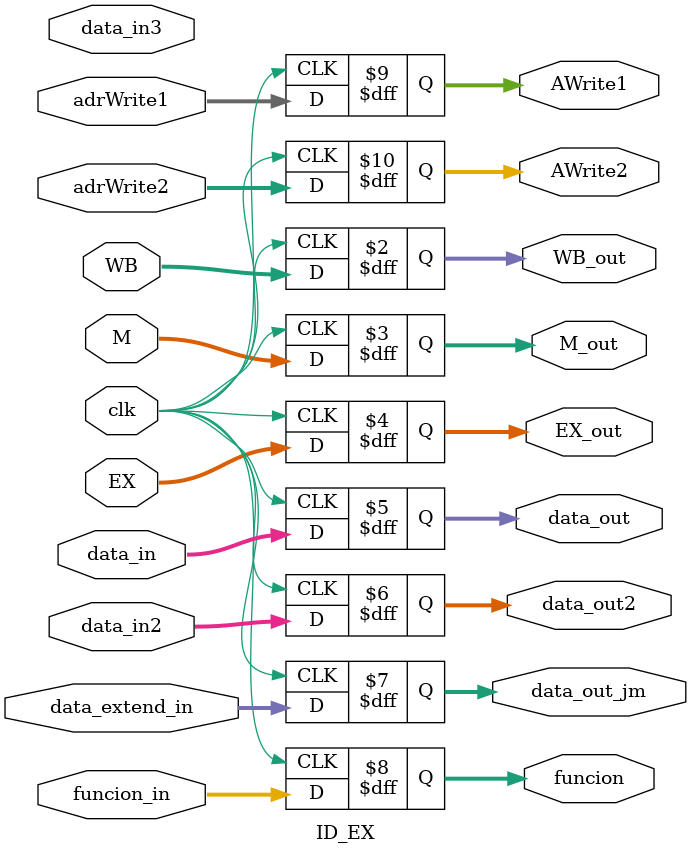
<source format=v>
module ID_EX#(parameter SIZE = 32,
			  parameter ADDR_SIZE = 5,
			  parameter SIZE_FNC = 6,
			  parameter SIZE_EXTEND = 8,
			  parameter S_EX = 4,
			  parameter S_WB =2,
			  parameter S_M = 3)
	(
	input [S_WB-1:0] WB,
	input [S_M-1:0] M,
	input [S_EX-1:0]EX,
    input clk,
    input [SIZE-1:0] data_in,
    input [SIZE-1:0] data_in2,
	input [SIZE_EXTEND-1:0] data_in3,
	input [SIZE-1:0] data_extend_in,
	input [ADDR_SIZE-1:0] adrWrite1,
	input [ADDR_SIZE-1:0] adrWrite2,
	input [SIZE_FNC-1:0] funcion_in,
	output reg [S_WB-1:0]WB_out,
	output reg [S_M-1:0]M_out,
	output reg [S_EX-1:0]EX_out,
    output reg [SIZE-1:0] data_out,
    output reg [SIZE-1:0] data_out2,
	output reg [SIZE-1:0] data_out_jm,
	output reg [SIZE_FNC-1:0] funcion,
	output reg [ADDR_SIZE-1:0] AWrite1,
	output reg [ADDR_SIZE-1:0] AWrite2
);

always @(posedge clk) begin
    WB_out <= WB;
	M_out <= M;
	EX_out <= EX;
	data_out <= data_in;
    data_out2 <= data_in2;
	data_out_jm <= data_extend_in;
	funcion <= funcion_in;
	AWrite1 <= adrWrite1;
	AWrite2 <= adrWrite2;
end
endmodule
</source>
